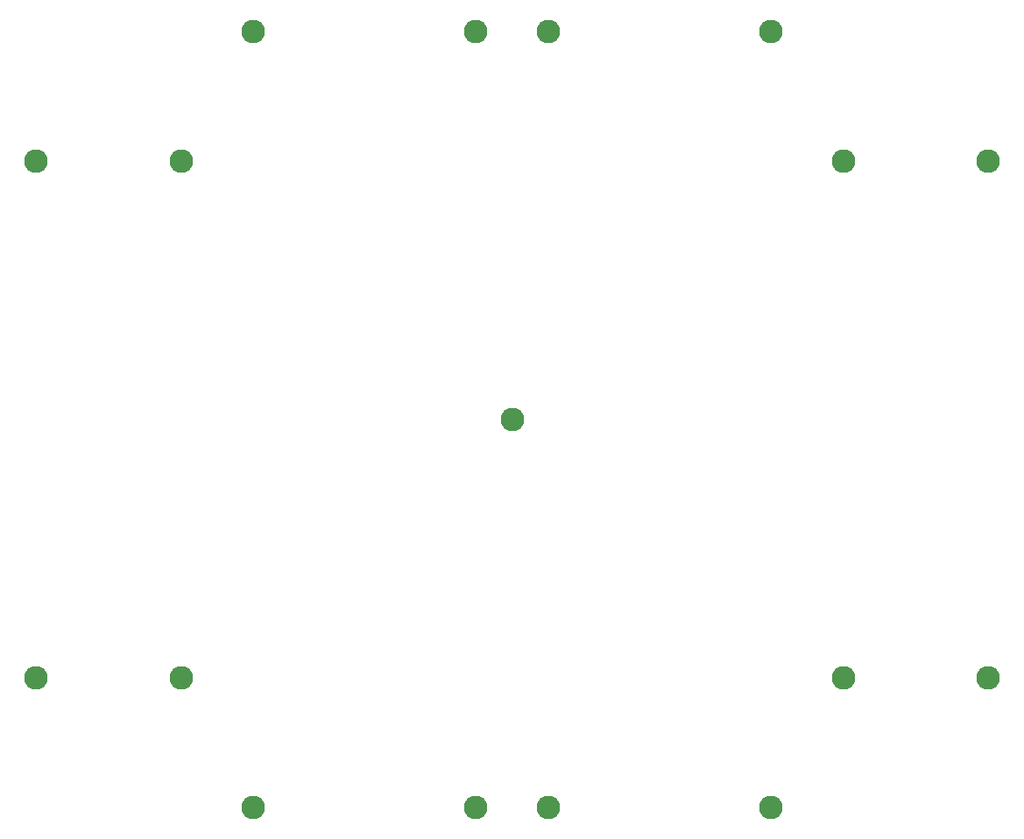
<source format=gbs>
%TF.GenerationSoftware,KiCad,Pcbnew,8.0.6*%
%TF.CreationDate,2024-12-13T09:46:10+09:00*%
%TF.ProjectId,ledplane,6c656470-6c61-46e6-952e-6b696361645f,rev?*%
%TF.SameCoordinates,Original*%
%TF.FileFunction,Soldermask,Bot*%
%TF.FilePolarity,Negative*%
%FSLAX46Y46*%
G04 Gerber Fmt 4.6, Leading zero omitted, Abs format (unit mm)*
G04 Created by KiCad (PCBNEW 8.0.6) date 2024-12-13 09:46:10*
%MOMM*%
%LPD*%
G01*
G04 APERTURE LIST*
%ADD10C,2.276000*%
G04 APERTURE END LIST*
D10*
%TO.C,H17*%
X75000000Y-87500000D03*
%TD*%
%TO.C,H16*%
X75000000Y-12500000D03*
%TD*%
%TO.C,H13*%
X53500000Y-87500000D03*
%TD*%
%TO.C,H10*%
X53500000Y-12500000D03*
%TD*%
%TO.C,H9*%
X46500000Y-87500000D03*
%TD*%
%TO.C,H7*%
X46500000Y-12500000D03*
%TD*%
%TO.C,H6*%
X25000000Y-87500000D03*
%TD*%
%TO.C,H3*%
X25000000Y-12500000D03*
%TD*%
%TO.C,H15*%
X96000000Y-75000000D03*
%TD*%
%TO.C,H14*%
X82000000Y-75000000D03*
%TD*%
%TO.C,H12*%
X18000000Y-75000000D03*
%TD*%
%TO.C,H11*%
X4000000Y-75000000D03*
%TD*%
%TO.C,H8*%
X50000000Y-50000000D03*
%TD*%
%TO.C,H5*%
X96000000Y-25000000D03*
%TD*%
%TO.C,H4*%
X82000000Y-25000000D03*
%TD*%
%TO.C,H2*%
X18000000Y-25000000D03*
%TD*%
%TO.C,H1*%
X4000000Y-25000000D03*
%TD*%
M02*

</source>
